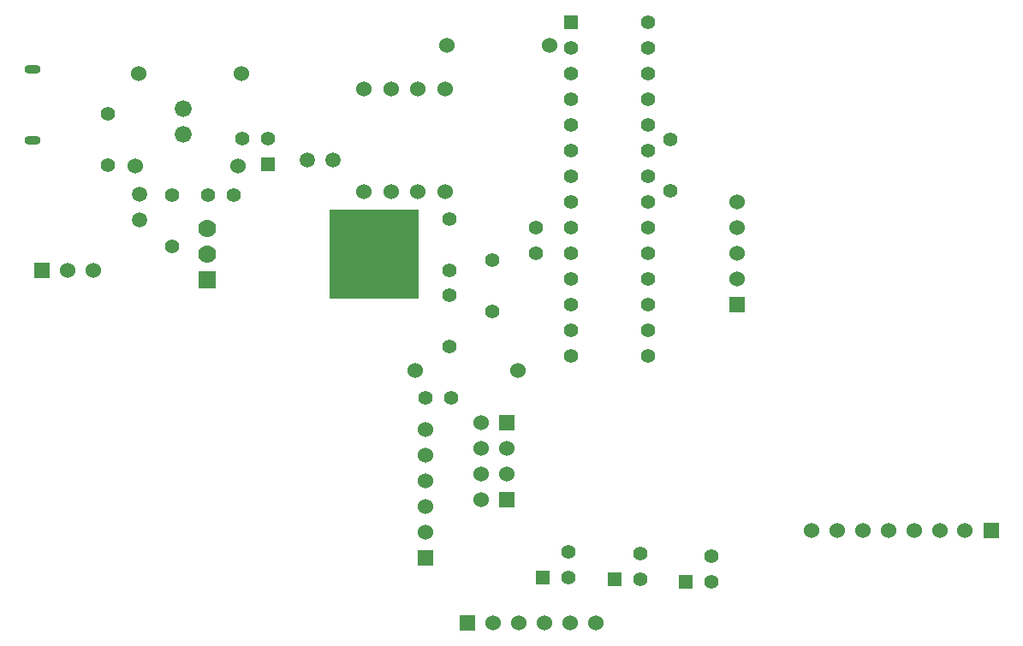
<source format=gbs>
G04 (created by PCBNEW (2013-07-07 BZR 4022)-stable) date 5/1/2015 4:39:10 PM*
%MOIN*%
G04 Gerber Fmt 3.4, Leading zero omitted, Abs format*
%FSLAX34Y34*%
G01*
G70*
G90*
G04 APERTURE LIST*
%ADD10C,0.00590551*%
%ADD11R,0.055X0.055*%
%ADD12C,0.055*%
%ADD13R,0.07X0.07*%
%ADD14C,0.07*%
%ADD15R,0.35X0.35*%
%ADD16C,0.0590551*%
%ADD17C,0.06*%
%ADD18R,0.06X0.06*%
%ADD19O,0.0629921X0.0354331*%
%ADD20C,0.066*%
%ADD21C,0.056*%
G04 APERTURE END LIST*
G54D10*
G54D11*
X25630Y-41120D03*
G54D12*
X25630Y-40120D03*
X24630Y-40120D03*
G54D13*
X23280Y-45630D03*
G54D14*
X23280Y-43630D03*
X23280Y-44630D03*
G54D15*
X29780Y-44630D03*
G54D16*
X28172Y-40968D03*
X27187Y-40968D03*
G54D17*
X32540Y-38180D03*
X32540Y-42180D03*
X30430Y-42180D03*
X30430Y-38180D03*
X29380Y-42180D03*
X29380Y-38180D03*
X35380Y-49170D03*
X31380Y-49170D03*
X31470Y-42180D03*
X31470Y-38180D03*
X20480Y-41180D03*
X24480Y-41180D03*
X20600Y-37590D03*
X24600Y-37590D03*
G54D18*
X16840Y-45270D03*
G54D17*
X17840Y-45270D03*
X18840Y-45270D03*
G54D18*
X33390Y-58990D03*
G54D17*
X34390Y-58990D03*
X35390Y-58990D03*
X36390Y-58990D03*
X37390Y-58990D03*
X38390Y-58990D03*
G54D19*
X16470Y-37422D03*
X16470Y-40177D03*
G54D20*
X22350Y-39950D03*
X22350Y-38950D03*
G54D21*
X34370Y-46860D03*
X34370Y-44860D03*
G54D12*
X37440Y-36590D03*
X37440Y-37590D03*
X37440Y-38590D03*
X37440Y-39590D03*
X37440Y-40590D03*
X37440Y-41590D03*
X37440Y-42590D03*
X37440Y-43590D03*
X37440Y-44590D03*
X37440Y-45590D03*
X37440Y-46590D03*
X37440Y-47590D03*
X37440Y-48590D03*
G54D11*
X37440Y-35590D03*
G54D12*
X40440Y-48590D03*
X40440Y-47590D03*
X40440Y-46590D03*
X40440Y-45590D03*
X40440Y-44590D03*
X40440Y-43590D03*
X40440Y-42590D03*
X40440Y-41590D03*
X40440Y-40590D03*
X40440Y-39590D03*
X40440Y-38590D03*
X40440Y-37590D03*
X40440Y-36590D03*
X40440Y-35590D03*
X32720Y-43260D03*
X32720Y-45260D03*
X32720Y-48230D03*
X32720Y-46230D03*
X21890Y-44320D03*
X21890Y-42320D03*
X19390Y-39170D03*
X19390Y-41170D03*
X36080Y-43600D03*
X36080Y-44600D03*
X24320Y-42330D03*
X23320Y-42330D03*
X31780Y-50210D03*
X32780Y-50210D03*
G54D16*
X20650Y-43280D03*
X20650Y-42280D03*
G54D18*
X31780Y-56470D03*
G54D17*
X31780Y-55470D03*
X31780Y-54470D03*
X31780Y-53470D03*
X31780Y-52470D03*
X31780Y-51470D03*
G54D18*
X43890Y-46590D03*
G54D17*
X43890Y-45590D03*
X43890Y-44590D03*
X43890Y-43590D03*
X43890Y-42590D03*
G54D18*
X53792Y-55374D03*
G54D17*
X52788Y-55374D03*
X51792Y-55374D03*
X50792Y-55374D03*
X49792Y-55374D03*
X48792Y-55374D03*
X47792Y-55374D03*
X46792Y-55374D03*
G54D18*
X34940Y-54180D03*
G54D17*
X33940Y-54180D03*
X34940Y-53180D03*
X33940Y-53180D03*
X34940Y-52180D03*
X33940Y-52180D03*
G54D18*
X34940Y-51180D03*
G54D17*
X33940Y-51180D03*
X36590Y-36480D03*
X32590Y-36480D03*
G54D11*
X39146Y-57306D03*
G54D12*
X40146Y-57306D03*
X40146Y-56306D03*
G54D11*
X36340Y-57230D03*
G54D12*
X37340Y-57230D03*
X37340Y-56230D03*
G54D11*
X41890Y-57402D03*
G54D12*
X42890Y-57402D03*
X42890Y-56402D03*
X41310Y-40160D03*
X41310Y-42160D03*
M02*

</source>
